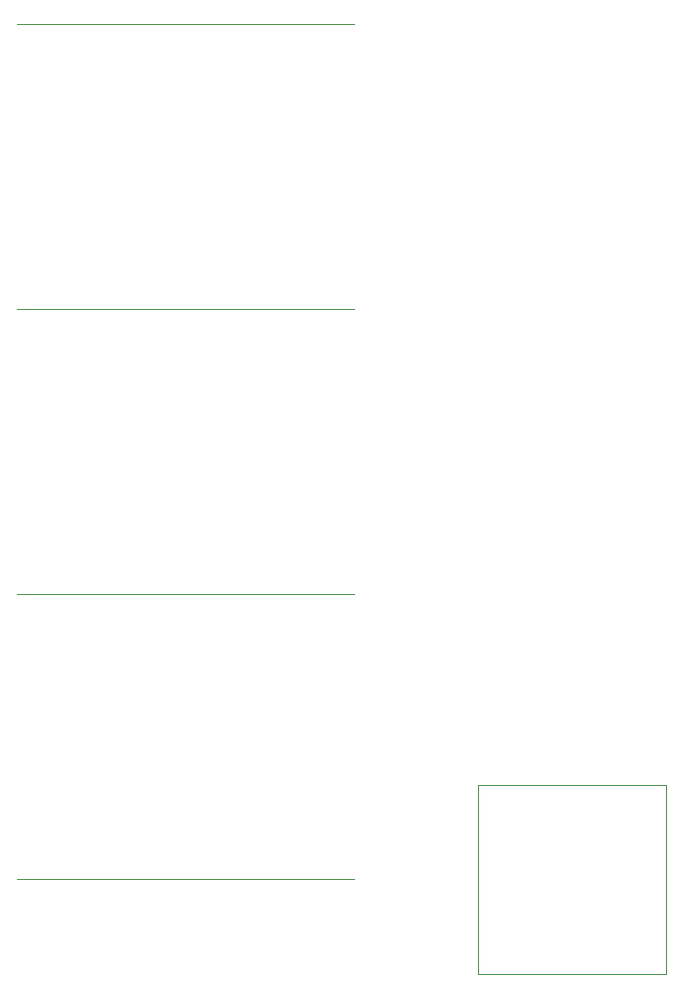
<source format=gbr>
G04 #@! TF.GenerationSoftware,KiCad,Pcbnew,(6.0.5)*
G04 #@! TF.CreationDate,2022-05-27T13:29:11-04:00*
G04 #@! TF.ProjectId,minidrone,6d696e69-6472-46f6-9e65-2e6b69636164,rev?*
G04 #@! TF.SameCoordinates,Original*
G04 #@! TF.FileFunction,Legend,Top*
G04 #@! TF.FilePolarity,Positive*
%FSLAX46Y46*%
G04 Gerber Fmt 4.6, Leading zero omitted, Abs format (unit mm)*
G04 Created by KiCad (PCBNEW (6.0.5)) date 2022-05-27 13:29:11*
%MOMM*%
%LPD*%
G01*
G04 APERTURE LIST*
%ADD10C,0.120000*%
G04 APERTURE END LIST*
D10*
X69850000Y-128905000D02*
X98425000Y-128905000D01*
X69850000Y-80645000D02*
X98425000Y-80645000D01*
X69850000Y-104775000D02*
X98425000Y-104775000D01*
X69850000Y-56515000D02*
X98425000Y-56515000D01*
X108840000Y-120905000D02*
X124840000Y-120905000D01*
X108840000Y-136905000D02*
X108840000Y-120905000D01*
X124840000Y-136905000D02*
X108840000Y-136905000D01*
X124840000Y-120905000D02*
X124840000Y-136905000D01*
M02*

</source>
